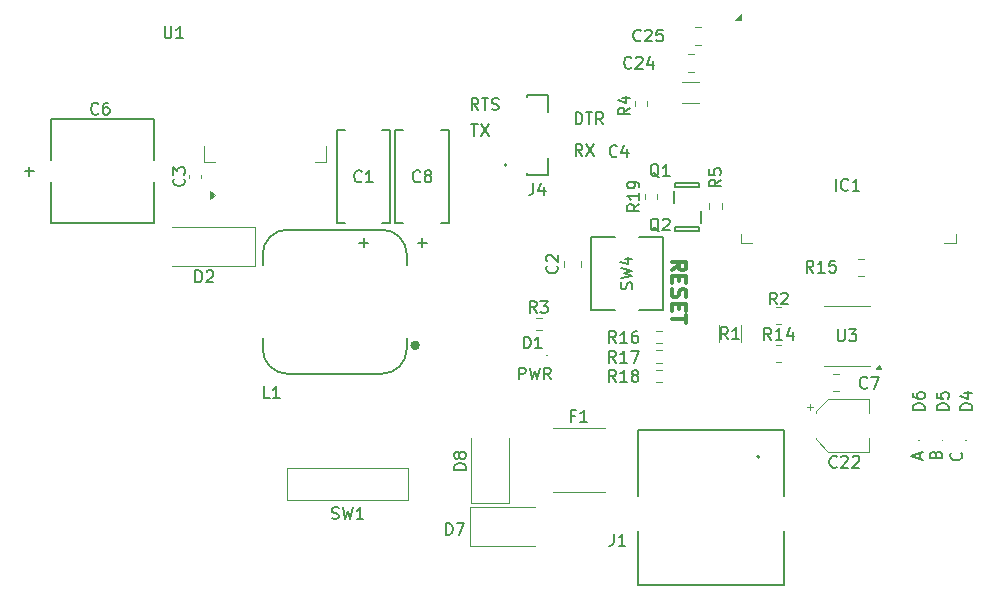
<source format=gto>
%TF.GenerationSoftware,KiCad,Pcbnew,9.0.7*%
%TF.CreationDate,2026-01-28T21:35:42+01:00*%
%TF.ProjectId,modbus-to-x,6d6f6462-7573-42d7-946f-2d782e6b6963,rev?*%
%TF.SameCoordinates,Original*%
%TF.FileFunction,Legend,Top*%
%TF.FilePolarity,Positive*%
%FSLAX46Y46*%
G04 Gerber Fmt 4.6, Leading zero omitted, Abs format (unit mm)*
G04 Created by KiCad (PCBNEW 9.0.7) date 2026-01-28 21:35:42*
%MOMM*%
%LPD*%
G01*
G04 APERTURE LIST*
%ADD10C,0.150000*%
%ADD11C,0.300000*%
%ADD12C,0.120000*%
%ADD13C,0.200000*%
%ADD14C,0.152400*%
%ADD15C,0.100000*%
%ADD16C,0.400000*%
%ADD17C,0.127000*%
G04 APERTURE END LIST*
D10*
X89636779Y-119069819D02*
X89636779Y-118069819D01*
X89636779Y-118069819D02*
X90017731Y-118069819D01*
X90017731Y-118069819D02*
X90112969Y-118117438D01*
X90112969Y-118117438D02*
X90160588Y-118165057D01*
X90160588Y-118165057D02*
X90208207Y-118260295D01*
X90208207Y-118260295D02*
X90208207Y-118403152D01*
X90208207Y-118403152D02*
X90160588Y-118498390D01*
X90160588Y-118498390D02*
X90112969Y-118546009D01*
X90112969Y-118546009D02*
X90017731Y-118593628D01*
X90017731Y-118593628D02*
X89636779Y-118593628D01*
X90541541Y-118069819D02*
X90779636Y-119069819D01*
X90779636Y-119069819D02*
X90970112Y-118355533D01*
X90970112Y-118355533D02*
X91160588Y-119069819D01*
X91160588Y-119069819D02*
X91398684Y-118069819D01*
X92351064Y-119069819D02*
X92017731Y-118593628D01*
X91779636Y-119069819D02*
X91779636Y-118069819D01*
X91779636Y-118069819D02*
X92160588Y-118069819D01*
X92160588Y-118069819D02*
X92255826Y-118117438D01*
X92255826Y-118117438D02*
X92303445Y-118165057D01*
X92303445Y-118165057D02*
X92351064Y-118260295D01*
X92351064Y-118260295D02*
X92351064Y-118403152D01*
X92351064Y-118403152D02*
X92303445Y-118498390D01*
X92303445Y-118498390D02*
X92255826Y-118546009D01*
X92255826Y-118546009D02*
X92160588Y-118593628D01*
X92160588Y-118593628D02*
X91779636Y-118593628D01*
X95008207Y-100169819D02*
X94674874Y-99693628D01*
X94436779Y-100169819D02*
X94436779Y-99169819D01*
X94436779Y-99169819D02*
X94817731Y-99169819D01*
X94817731Y-99169819D02*
X94912969Y-99217438D01*
X94912969Y-99217438D02*
X94960588Y-99265057D01*
X94960588Y-99265057D02*
X95008207Y-99360295D01*
X95008207Y-99360295D02*
X95008207Y-99503152D01*
X95008207Y-99503152D02*
X94960588Y-99598390D01*
X94960588Y-99598390D02*
X94912969Y-99646009D01*
X94912969Y-99646009D02*
X94817731Y-99693628D01*
X94817731Y-99693628D02*
X94436779Y-99693628D01*
X95341541Y-99169819D02*
X96008207Y-100169819D01*
X96008207Y-99169819D02*
X95341541Y-100169819D01*
X127074580Y-125291792D02*
X127122200Y-125339411D01*
X127122200Y-125339411D02*
X127169819Y-125482268D01*
X127169819Y-125482268D02*
X127169819Y-125577506D01*
X127169819Y-125577506D02*
X127122200Y-125720363D01*
X127122200Y-125720363D02*
X127026961Y-125815601D01*
X127026961Y-125815601D02*
X126931723Y-125863220D01*
X126931723Y-125863220D02*
X126741247Y-125910839D01*
X126741247Y-125910839D02*
X126598390Y-125910839D01*
X126598390Y-125910839D02*
X126407914Y-125863220D01*
X126407914Y-125863220D02*
X126312676Y-125815601D01*
X126312676Y-125815601D02*
X126217438Y-125720363D01*
X126217438Y-125720363D02*
X126169819Y-125577506D01*
X126169819Y-125577506D02*
X126169819Y-125482268D01*
X126169819Y-125482268D02*
X126217438Y-125339411D01*
X126217438Y-125339411D02*
X126265057Y-125291792D01*
X123584104Y-125810839D02*
X123584104Y-125334649D01*
X123869819Y-125906077D02*
X122869819Y-125572744D01*
X122869819Y-125572744D02*
X123869819Y-125239411D01*
D11*
X102568576Y-109809272D02*
X103163814Y-109392606D01*
X102568576Y-109094987D02*
X103818576Y-109094987D01*
X103818576Y-109094987D02*
X103818576Y-109571177D01*
X103818576Y-109571177D02*
X103759052Y-109690225D01*
X103759052Y-109690225D02*
X103699528Y-109749748D01*
X103699528Y-109749748D02*
X103580480Y-109809272D01*
X103580480Y-109809272D02*
X103401909Y-109809272D01*
X103401909Y-109809272D02*
X103282861Y-109749748D01*
X103282861Y-109749748D02*
X103223338Y-109690225D01*
X103223338Y-109690225D02*
X103163814Y-109571177D01*
X103163814Y-109571177D02*
X103163814Y-109094987D01*
X103223338Y-110344987D02*
X103223338Y-110761653D01*
X102568576Y-110940225D02*
X102568576Y-110344987D01*
X102568576Y-110344987D02*
X103818576Y-110344987D01*
X103818576Y-110344987D02*
X103818576Y-110940225D01*
X102628100Y-111416415D02*
X102568576Y-111594986D01*
X102568576Y-111594986D02*
X102568576Y-111892605D01*
X102568576Y-111892605D02*
X102628100Y-112011653D01*
X102628100Y-112011653D02*
X102687623Y-112071177D01*
X102687623Y-112071177D02*
X102806671Y-112130700D01*
X102806671Y-112130700D02*
X102925719Y-112130700D01*
X102925719Y-112130700D02*
X103044766Y-112071177D01*
X103044766Y-112071177D02*
X103104290Y-112011653D01*
X103104290Y-112011653D02*
X103163814Y-111892605D01*
X103163814Y-111892605D02*
X103223338Y-111654510D01*
X103223338Y-111654510D02*
X103282861Y-111535462D01*
X103282861Y-111535462D02*
X103342385Y-111475939D01*
X103342385Y-111475939D02*
X103461433Y-111416415D01*
X103461433Y-111416415D02*
X103580480Y-111416415D01*
X103580480Y-111416415D02*
X103699528Y-111475939D01*
X103699528Y-111475939D02*
X103759052Y-111535462D01*
X103759052Y-111535462D02*
X103818576Y-111654510D01*
X103818576Y-111654510D02*
X103818576Y-111952129D01*
X103818576Y-111952129D02*
X103759052Y-112130700D01*
X103223338Y-112666415D02*
X103223338Y-113083081D01*
X102568576Y-113261653D02*
X102568576Y-112666415D01*
X102568576Y-112666415D02*
X103818576Y-112666415D01*
X103818576Y-112666415D02*
X103818576Y-113261653D01*
X103818576Y-113618795D02*
X103818576Y-114333081D01*
X102568576Y-113975938D02*
X103818576Y-113975938D01*
D10*
X86208207Y-96269819D02*
X85874874Y-95793628D01*
X85636779Y-96269819D02*
X85636779Y-95269819D01*
X85636779Y-95269819D02*
X86017731Y-95269819D01*
X86017731Y-95269819D02*
X86112969Y-95317438D01*
X86112969Y-95317438D02*
X86160588Y-95365057D01*
X86160588Y-95365057D02*
X86208207Y-95460295D01*
X86208207Y-95460295D02*
X86208207Y-95603152D01*
X86208207Y-95603152D02*
X86160588Y-95698390D01*
X86160588Y-95698390D02*
X86112969Y-95746009D01*
X86112969Y-95746009D02*
X86017731Y-95793628D01*
X86017731Y-95793628D02*
X85636779Y-95793628D01*
X86493922Y-95269819D02*
X87065350Y-95269819D01*
X86779636Y-96269819D02*
X86779636Y-95269819D01*
X87351065Y-96222200D02*
X87493922Y-96269819D01*
X87493922Y-96269819D02*
X87732017Y-96269819D01*
X87732017Y-96269819D02*
X87827255Y-96222200D01*
X87827255Y-96222200D02*
X87874874Y-96174580D01*
X87874874Y-96174580D02*
X87922493Y-96079342D01*
X87922493Y-96079342D02*
X87922493Y-95984104D01*
X87922493Y-95984104D02*
X87874874Y-95888866D01*
X87874874Y-95888866D02*
X87827255Y-95841247D01*
X87827255Y-95841247D02*
X87732017Y-95793628D01*
X87732017Y-95793628D02*
X87541541Y-95746009D01*
X87541541Y-95746009D02*
X87446303Y-95698390D01*
X87446303Y-95698390D02*
X87398684Y-95650771D01*
X87398684Y-95650771D02*
X87351065Y-95555533D01*
X87351065Y-95555533D02*
X87351065Y-95460295D01*
X87351065Y-95460295D02*
X87398684Y-95365057D01*
X87398684Y-95365057D02*
X87446303Y-95317438D01*
X87446303Y-95317438D02*
X87541541Y-95269819D01*
X87541541Y-95269819D02*
X87779636Y-95269819D01*
X87779636Y-95269819D02*
X87922493Y-95317438D01*
X124946009Y-125429887D02*
X124993628Y-125287030D01*
X124993628Y-125287030D02*
X125041247Y-125239411D01*
X125041247Y-125239411D02*
X125136485Y-125191792D01*
X125136485Y-125191792D02*
X125279342Y-125191792D01*
X125279342Y-125191792D02*
X125374580Y-125239411D01*
X125374580Y-125239411D02*
X125422200Y-125287030D01*
X125422200Y-125287030D02*
X125469819Y-125382268D01*
X125469819Y-125382268D02*
X125469819Y-125763220D01*
X125469819Y-125763220D02*
X124469819Y-125763220D01*
X124469819Y-125763220D02*
X124469819Y-125429887D01*
X124469819Y-125429887D02*
X124517438Y-125334649D01*
X124517438Y-125334649D02*
X124565057Y-125287030D01*
X124565057Y-125287030D02*
X124660295Y-125239411D01*
X124660295Y-125239411D02*
X124755533Y-125239411D01*
X124755533Y-125239411D02*
X124850771Y-125287030D01*
X124850771Y-125287030D02*
X124898390Y-125334649D01*
X124898390Y-125334649D02*
X124946009Y-125429887D01*
X124946009Y-125429887D02*
X124946009Y-125763220D01*
X94436779Y-97469819D02*
X94436779Y-96469819D01*
X94436779Y-96469819D02*
X94674874Y-96469819D01*
X94674874Y-96469819D02*
X94817731Y-96517438D01*
X94817731Y-96517438D02*
X94912969Y-96612676D01*
X94912969Y-96612676D02*
X94960588Y-96707914D01*
X94960588Y-96707914D02*
X95008207Y-96898390D01*
X95008207Y-96898390D02*
X95008207Y-97041247D01*
X95008207Y-97041247D02*
X94960588Y-97231723D01*
X94960588Y-97231723D02*
X94912969Y-97326961D01*
X94912969Y-97326961D02*
X94817731Y-97422200D01*
X94817731Y-97422200D02*
X94674874Y-97469819D01*
X94674874Y-97469819D02*
X94436779Y-97469819D01*
X95293922Y-96469819D02*
X95865350Y-96469819D01*
X95579636Y-97469819D02*
X95579636Y-96469819D01*
X96770112Y-97469819D02*
X96436779Y-96993628D01*
X96198684Y-97469819D02*
X96198684Y-96469819D01*
X96198684Y-96469819D02*
X96579636Y-96469819D01*
X96579636Y-96469819D02*
X96674874Y-96517438D01*
X96674874Y-96517438D02*
X96722493Y-96565057D01*
X96722493Y-96565057D02*
X96770112Y-96660295D01*
X96770112Y-96660295D02*
X96770112Y-96803152D01*
X96770112Y-96803152D02*
X96722493Y-96898390D01*
X96722493Y-96898390D02*
X96674874Y-96946009D01*
X96674874Y-96946009D02*
X96579636Y-96993628D01*
X96579636Y-96993628D02*
X96198684Y-96993628D01*
X85593922Y-97469819D02*
X86165350Y-97469819D01*
X85879636Y-98469819D02*
X85879636Y-97469819D01*
X86403446Y-97469819D02*
X87070112Y-98469819D01*
X87070112Y-97469819D02*
X86403446Y-98469819D01*
X61259580Y-102066666D02*
X61307200Y-102114285D01*
X61307200Y-102114285D02*
X61354819Y-102257142D01*
X61354819Y-102257142D02*
X61354819Y-102352380D01*
X61354819Y-102352380D02*
X61307200Y-102495237D01*
X61307200Y-102495237D02*
X61211961Y-102590475D01*
X61211961Y-102590475D02*
X61116723Y-102638094D01*
X61116723Y-102638094D02*
X60926247Y-102685713D01*
X60926247Y-102685713D02*
X60783390Y-102685713D01*
X60783390Y-102685713D02*
X60592914Y-102638094D01*
X60592914Y-102638094D02*
X60497676Y-102590475D01*
X60497676Y-102590475D02*
X60402438Y-102495237D01*
X60402438Y-102495237D02*
X60354819Y-102352380D01*
X60354819Y-102352380D02*
X60354819Y-102257142D01*
X60354819Y-102257142D02*
X60402438Y-102114285D01*
X60402438Y-102114285D02*
X60450057Y-102066666D01*
X60354819Y-101733332D02*
X60354819Y-101114285D01*
X60354819Y-101114285D02*
X60735771Y-101447618D01*
X60735771Y-101447618D02*
X60735771Y-101304761D01*
X60735771Y-101304761D02*
X60783390Y-101209523D01*
X60783390Y-101209523D02*
X60831009Y-101161904D01*
X60831009Y-101161904D02*
X60926247Y-101114285D01*
X60926247Y-101114285D02*
X61164342Y-101114285D01*
X61164342Y-101114285D02*
X61259580Y-101161904D01*
X61259580Y-101161904D02*
X61307200Y-101209523D01*
X61307200Y-101209523D02*
X61354819Y-101304761D01*
X61354819Y-101304761D02*
X61354819Y-101590475D01*
X61354819Y-101590475D02*
X61307200Y-101685713D01*
X61307200Y-101685713D02*
X61259580Y-101733332D01*
X73806667Y-130847200D02*
X73949524Y-130894819D01*
X73949524Y-130894819D02*
X74187619Y-130894819D01*
X74187619Y-130894819D02*
X74282857Y-130847200D01*
X74282857Y-130847200D02*
X74330476Y-130799580D01*
X74330476Y-130799580D02*
X74378095Y-130704342D01*
X74378095Y-130704342D02*
X74378095Y-130609104D01*
X74378095Y-130609104D02*
X74330476Y-130513866D01*
X74330476Y-130513866D02*
X74282857Y-130466247D01*
X74282857Y-130466247D02*
X74187619Y-130418628D01*
X74187619Y-130418628D02*
X73997143Y-130371009D01*
X73997143Y-130371009D02*
X73901905Y-130323390D01*
X73901905Y-130323390D02*
X73854286Y-130275771D01*
X73854286Y-130275771D02*
X73806667Y-130180533D01*
X73806667Y-130180533D02*
X73806667Y-130085295D01*
X73806667Y-130085295D02*
X73854286Y-129990057D01*
X73854286Y-129990057D02*
X73901905Y-129942438D01*
X73901905Y-129942438D02*
X73997143Y-129894819D01*
X73997143Y-129894819D02*
X74235238Y-129894819D01*
X74235238Y-129894819D02*
X74378095Y-129942438D01*
X74711429Y-129894819D02*
X74949524Y-130894819D01*
X74949524Y-130894819D02*
X75140000Y-130180533D01*
X75140000Y-130180533D02*
X75330476Y-130894819D01*
X75330476Y-130894819D02*
X75568572Y-129894819D01*
X76473333Y-130894819D02*
X75901905Y-130894819D01*
X76187619Y-130894819D02*
X76187619Y-129894819D01*
X76187619Y-129894819D02*
X76092381Y-130037676D01*
X76092381Y-130037676D02*
X75997143Y-130132914D01*
X75997143Y-130132914D02*
X75901905Y-130180533D01*
X116557142Y-126459580D02*
X116509523Y-126507200D01*
X116509523Y-126507200D02*
X116366666Y-126554819D01*
X116366666Y-126554819D02*
X116271428Y-126554819D01*
X116271428Y-126554819D02*
X116128571Y-126507200D01*
X116128571Y-126507200D02*
X116033333Y-126411961D01*
X116033333Y-126411961D02*
X115985714Y-126316723D01*
X115985714Y-126316723D02*
X115938095Y-126126247D01*
X115938095Y-126126247D02*
X115938095Y-125983390D01*
X115938095Y-125983390D02*
X115985714Y-125792914D01*
X115985714Y-125792914D02*
X116033333Y-125697676D01*
X116033333Y-125697676D02*
X116128571Y-125602438D01*
X116128571Y-125602438D02*
X116271428Y-125554819D01*
X116271428Y-125554819D02*
X116366666Y-125554819D01*
X116366666Y-125554819D02*
X116509523Y-125602438D01*
X116509523Y-125602438D02*
X116557142Y-125650057D01*
X116938095Y-125650057D02*
X116985714Y-125602438D01*
X116985714Y-125602438D02*
X117080952Y-125554819D01*
X117080952Y-125554819D02*
X117319047Y-125554819D01*
X117319047Y-125554819D02*
X117414285Y-125602438D01*
X117414285Y-125602438D02*
X117461904Y-125650057D01*
X117461904Y-125650057D02*
X117509523Y-125745295D01*
X117509523Y-125745295D02*
X117509523Y-125840533D01*
X117509523Y-125840533D02*
X117461904Y-125983390D01*
X117461904Y-125983390D02*
X116890476Y-126554819D01*
X116890476Y-126554819D02*
X117509523Y-126554819D01*
X117890476Y-125650057D02*
X117938095Y-125602438D01*
X117938095Y-125602438D02*
X118033333Y-125554819D01*
X118033333Y-125554819D02*
X118271428Y-125554819D01*
X118271428Y-125554819D02*
X118366666Y-125602438D01*
X118366666Y-125602438D02*
X118414285Y-125650057D01*
X118414285Y-125650057D02*
X118461904Y-125745295D01*
X118461904Y-125745295D02*
X118461904Y-125840533D01*
X118461904Y-125840533D02*
X118414285Y-125983390D01*
X118414285Y-125983390D02*
X117842857Y-126554819D01*
X117842857Y-126554819D02*
X118461904Y-126554819D01*
X97666666Y-132154819D02*
X97666666Y-132869104D01*
X97666666Y-132869104D02*
X97619047Y-133011961D01*
X97619047Y-133011961D02*
X97523809Y-133107200D01*
X97523809Y-133107200D02*
X97380952Y-133154819D01*
X97380952Y-133154819D02*
X97285714Y-133154819D01*
X98666666Y-133154819D02*
X98095238Y-133154819D01*
X98380952Y-133154819D02*
X98380952Y-132154819D01*
X98380952Y-132154819D02*
X98285714Y-132297676D01*
X98285714Y-132297676D02*
X98190476Y-132392914D01*
X98190476Y-132392914D02*
X98095238Y-132440533D01*
X59638095Y-89179819D02*
X59638095Y-89989342D01*
X59638095Y-89989342D02*
X59685714Y-90084580D01*
X59685714Y-90084580D02*
X59733333Y-90132200D01*
X59733333Y-90132200D02*
X59828571Y-90179819D01*
X59828571Y-90179819D02*
X60019047Y-90179819D01*
X60019047Y-90179819D02*
X60114285Y-90132200D01*
X60114285Y-90132200D02*
X60161904Y-90084580D01*
X60161904Y-90084580D02*
X60209523Y-89989342D01*
X60209523Y-89989342D02*
X60209523Y-89179819D01*
X61209523Y-90179819D02*
X60638095Y-90179819D01*
X60923809Y-90179819D02*
X60923809Y-89179819D01*
X60923809Y-89179819D02*
X60828571Y-89322676D01*
X60828571Y-89322676D02*
X60733333Y-89417914D01*
X60733333Y-89417914D02*
X60638095Y-89465533D01*
X54033333Y-96559580D02*
X53985714Y-96607200D01*
X53985714Y-96607200D02*
X53842857Y-96654819D01*
X53842857Y-96654819D02*
X53747619Y-96654819D01*
X53747619Y-96654819D02*
X53604762Y-96607200D01*
X53604762Y-96607200D02*
X53509524Y-96511961D01*
X53509524Y-96511961D02*
X53461905Y-96416723D01*
X53461905Y-96416723D02*
X53414286Y-96226247D01*
X53414286Y-96226247D02*
X53414286Y-96083390D01*
X53414286Y-96083390D02*
X53461905Y-95892914D01*
X53461905Y-95892914D02*
X53509524Y-95797676D01*
X53509524Y-95797676D02*
X53604762Y-95702438D01*
X53604762Y-95702438D02*
X53747619Y-95654819D01*
X53747619Y-95654819D02*
X53842857Y-95654819D01*
X53842857Y-95654819D02*
X53985714Y-95702438D01*
X53985714Y-95702438D02*
X54033333Y-95750057D01*
X54890476Y-95654819D02*
X54700000Y-95654819D01*
X54700000Y-95654819D02*
X54604762Y-95702438D01*
X54604762Y-95702438D02*
X54557143Y-95750057D01*
X54557143Y-95750057D02*
X54461905Y-95892914D01*
X54461905Y-95892914D02*
X54414286Y-96083390D01*
X54414286Y-96083390D02*
X54414286Y-96464342D01*
X54414286Y-96464342D02*
X54461905Y-96559580D01*
X54461905Y-96559580D02*
X54509524Y-96607200D01*
X54509524Y-96607200D02*
X54604762Y-96654819D01*
X54604762Y-96654819D02*
X54795238Y-96654819D01*
X54795238Y-96654819D02*
X54890476Y-96607200D01*
X54890476Y-96607200D02*
X54938095Y-96559580D01*
X54938095Y-96559580D02*
X54985714Y-96464342D01*
X54985714Y-96464342D02*
X54985714Y-96226247D01*
X54985714Y-96226247D02*
X54938095Y-96131009D01*
X54938095Y-96131009D02*
X54890476Y-96083390D01*
X54890476Y-96083390D02*
X54795238Y-96035771D01*
X54795238Y-96035771D02*
X54604762Y-96035771D01*
X54604762Y-96035771D02*
X54509524Y-96083390D01*
X54509524Y-96083390D02*
X54461905Y-96131009D01*
X54461905Y-96131009D02*
X54414286Y-96226247D01*
X97857142Y-117650419D02*
X97523809Y-117174228D01*
X97285714Y-117650419D02*
X97285714Y-116650419D01*
X97285714Y-116650419D02*
X97666666Y-116650419D01*
X97666666Y-116650419D02*
X97761904Y-116698038D01*
X97761904Y-116698038D02*
X97809523Y-116745657D01*
X97809523Y-116745657D02*
X97857142Y-116840895D01*
X97857142Y-116840895D02*
X97857142Y-116983752D01*
X97857142Y-116983752D02*
X97809523Y-117078990D01*
X97809523Y-117078990D02*
X97761904Y-117126609D01*
X97761904Y-117126609D02*
X97666666Y-117174228D01*
X97666666Y-117174228D02*
X97285714Y-117174228D01*
X98809523Y-117650419D02*
X98238095Y-117650419D01*
X98523809Y-117650419D02*
X98523809Y-116650419D01*
X98523809Y-116650419D02*
X98428571Y-116793276D01*
X98428571Y-116793276D02*
X98333333Y-116888514D01*
X98333333Y-116888514D02*
X98238095Y-116936133D01*
X99142857Y-116650419D02*
X99809523Y-116650419D01*
X99809523Y-116650419D02*
X99380952Y-117650419D01*
X76322941Y-102287281D02*
X76275322Y-102334901D01*
X76275322Y-102334901D02*
X76132465Y-102382520D01*
X76132465Y-102382520D02*
X76037227Y-102382520D01*
X76037227Y-102382520D02*
X75894370Y-102334901D01*
X75894370Y-102334901D02*
X75799132Y-102239662D01*
X75799132Y-102239662D02*
X75751513Y-102144424D01*
X75751513Y-102144424D02*
X75703894Y-101953948D01*
X75703894Y-101953948D02*
X75703894Y-101811091D01*
X75703894Y-101811091D02*
X75751513Y-101620615D01*
X75751513Y-101620615D02*
X75799132Y-101525377D01*
X75799132Y-101525377D02*
X75894370Y-101430139D01*
X75894370Y-101430139D02*
X76037227Y-101382520D01*
X76037227Y-101382520D02*
X76132465Y-101382520D01*
X76132465Y-101382520D02*
X76275322Y-101430139D01*
X76275322Y-101430139D02*
X76322941Y-101477758D01*
X77275322Y-102382520D02*
X76703894Y-102382520D01*
X76989608Y-102382520D02*
X76989608Y-101382520D01*
X76989608Y-101382520D02*
X76894370Y-101525377D01*
X76894370Y-101525377D02*
X76799132Y-101620615D01*
X76799132Y-101620615D02*
X76703894Y-101668234D01*
X92859580Y-109466666D02*
X92907200Y-109514285D01*
X92907200Y-109514285D02*
X92954819Y-109657142D01*
X92954819Y-109657142D02*
X92954819Y-109752380D01*
X92954819Y-109752380D02*
X92907200Y-109895237D01*
X92907200Y-109895237D02*
X92811961Y-109990475D01*
X92811961Y-109990475D02*
X92716723Y-110038094D01*
X92716723Y-110038094D02*
X92526247Y-110085713D01*
X92526247Y-110085713D02*
X92383390Y-110085713D01*
X92383390Y-110085713D02*
X92192914Y-110038094D01*
X92192914Y-110038094D02*
X92097676Y-109990475D01*
X92097676Y-109990475D02*
X92002438Y-109895237D01*
X92002438Y-109895237D02*
X91954819Y-109752380D01*
X91954819Y-109752380D02*
X91954819Y-109657142D01*
X91954819Y-109657142D02*
X92002438Y-109514285D01*
X92002438Y-109514285D02*
X92050057Y-109466666D01*
X92050057Y-109085713D02*
X92002438Y-109038094D01*
X92002438Y-109038094D02*
X91954819Y-108942856D01*
X91954819Y-108942856D02*
X91954819Y-108704761D01*
X91954819Y-108704761D02*
X92002438Y-108609523D01*
X92002438Y-108609523D02*
X92050057Y-108561904D01*
X92050057Y-108561904D02*
X92145295Y-108514285D01*
X92145295Y-108514285D02*
X92240533Y-108514285D01*
X92240533Y-108514285D02*
X92383390Y-108561904D01*
X92383390Y-108561904D02*
X92954819Y-109133332D01*
X92954819Y-109133332D02*
X92954819Y-108514285D01*
X101504761Y-106550057D02*
X101409523Y-106502438D01*
X101409523Y-106502438D02*
X101314285Y-106407200D01*
X101314285Y-106407200D02*
X101171428Y-106264342D01*
X101171428Y-106264342D02*
X101076190Y-106216723D01*
X101076190Y-106216723D02*
X100980952Y-106216723D01*
X101028571Y-106454819D02*
X100933333Y-106407200D01*
X100933333Y-106407200D02*
X100838095Y-106311961D01*
X100838095Y-106311961D02*
X100790476Y-106121485D01*
X100790476Y-106121485D02*
X100790476Y-105788152D01*
X100790476Y-105788152D02*
X100838095Y-105597676D01*
X100838095Y-105597676D02*
X100933333Y-105502438D01*
X100933333Y-105502438D02*
X101028571Y-105454819D01*
X101028571Y-105454819D02*
X101219047Y-105454819D01*
X101219047Y-105454819D02*
X101314285Y-105502438D01*
X101314285Y-105502438D02*
X101409523Y-105597676D01*
X101409523Y-105597676D02*
X101457142Y-105788152D01*
X101457142Y-105788152D02*
X101457142Y-106121485D01*
X101457142Y-106121485D02*
X101409523Y-106311961D01*
X101409523Y-106311961D02*
X101314285Y-106407200D01*
X101314285Y-106407200D02*
X101219047Y-106454819D01*
X101219047Y-106454819D02*
X101028571Y-106454819D01*
X101838095Y-105550057D02*
X101885714Y-105502438D01*
X101885714Y-105502438D02*
X101980952Y-105454819D01*
X101980952Y-105454819D02*
X102219047Y-105454819D01*
X102219047Y-105454819D02*
X102314285Y-105502438D01*
X102314285Y-105502438D02*
X102361904Y-105550057D01*
X102361904Y-105550057D02*
X102409523Y-105645295D01*
X102409523Y-105645295D02*
X102409523Y-105740533D01*
X102409523Y-105740533D02*
X102361904Y-105883390D01*
X102361904Y-105883390D02*
X101790476Y-106454819D01*
X101790476Y-106454819D02*
X102409523Y-106454819D01*
X126036669Y-121666994D02*
X125036669Y-121666994D01*
X125036669Y-121666994D02*
X125036669Y-121428899D01*
X125036669Y-121428899D02*
X125084288Y-121286042D01*
X125084288Y-121286042D02*
X125179526Y-121190804D01*
X125179526Y-121190804D02*
X125274764Y-121143185D01*
X125274764Y-121143185D02*
X125465240Y-121095566D01*
X125465240Y-121095566D02*
X125608097Y-121095566D01*
X125608097Y-121095566D02*
X125798573Y-121143185D01*
X125798573Y-121143185D02*
X125893811Y-121190804D01*
X125893811Y-121190804D02*
X125989050Y-121286042D01*
X125989050Y-121286042D02*
X126036669Y-121428899D01*
X126036669Y-121428899D02*
X126036669Y-121666994D01*
X125036669Y-120190804D02*
X125036669Y-120666994D01*
X125036669Y-120666994D02*
X125512859Y-120714613D01*
X125512859Y-120714613D02*
X125465240Y-120666994D01*
X125465240Y-120666994D02*
X125417621Y-120571756D01*
X125417621Y-120571756D02*
X125417621Y-120333661D01*
X125417621Y-120333661D02*
X125465240Y-120238423D01*
X125465240Y-120238423D02*
X125512859Y-120190804D01*
X125512859Y-120190804D02*
X125608097Y-120143185D01*
X125608097Y-120143185D02*
X125846192Y-120143185D01*
X125846192Y-120143185D02*
X125941430Y-120190804D01*
X125941430Y-120190804D02*
X125989050Y-120238423D01*
X125989050Y-120238423D02*
X126036669Y-120333661D01*
X126036669Y-120333661D02*
X126036669Y-120571756D01*
X126036669Y-120571756D02*
X125989050Y-120666994D01*
X125989050Y-120666994D02*
X125941430Y-120714613D01*
X123995869Y-121666994D02*
X122995869Y-121666994D01*
X122995869Y-121666994D02*
X122995869Y-121428899D01*
X122995869Y-121428899D02*
X123043488Y-121286042D01*
X123043488Y-121286042D02*
X123138726Y-121190804D01*
X123138726Y-121190804D02*
X123233964Y-121143185D01*
X123233964Y-121143185D02*
X123424440Y-121095566D01*
X123424440Y-121095566D02*
X123567297Y-121095566D01*
X123567297Y-121095566D02*
X123757773Y-121143185D01*
X123757773Y-121143185D02*
X123853011Y-121190804D01*
X123853011Y-121190804D02*
X123948250Y-121286042D01*
X123948250Y-121286042D02*
X123995869Y-121428899D01*
X123995869Y-121428899D02*
X123995869Y-121666994D01*
X122995869Y-120238423D02*
X122995869Y-120428899D01*
X122995869Y-120428899D02*
X123043488Y-120524137D01*
X123043488Y-120524137D02*
X123091107Y-120571756D01*
X123091107Y-120571756D02*
X123233964Y-120666994D01*
X123233964Y-120666994D02*
X123424440Y-120714613D01*
X123424440Y-120714613D02*
X123805392Y-120714613D01*
X123805392Y-120714613D02*
X123900630Y-120666994D01*
X123900630Y-120666994D02*
X123948250Y-120619375D01*
X123948250Y-120619375D02*
X123995869Y-120524137D01*
X123995869Y-120524137D02*
X123995869Y-120333661D01*
X123995869Y-120333661D02*
X123948250Y-120238423D01*
X123948250Y-120238423D02*
X123900630Y-120190804D01*
X123900630Y-120190804D02*
X123805392Y-120143185D01*
X123805392Y-120143185D02*
X123567297Y-120143185D01*
X123567297Y-120143185D02*
X123472059Y-120190804D01*
X123472059Y-120190804D02*
X123424440Y-120238423D01*
X123424440Y-120238423D02*
X123376821Y-120333661D01*
X123376821Y-120333661D02*
X123376821Y-120524137D01*
X123376821Y-120524137D02*
X123424440Y-120619375D01*
X123424440Y-120619375D02*
X123472059Y-120666994D01*
X123472059Y-120666994D02*
X123567297Y-120714613D01*
X83461905Y-132254819D02*
X83461905Y-131254819D01*
X83461905Y-131254819D02*
X83700000Y-131254819D01*
X83700000Y-131254819D02*
X83842857Y-131302438D01*
X83842857Y-131302438D02*
X83938095Y-131397676D01*
X83938095Y-131397676D02*
X83985714Y-131492914D01*
X83985714Y-131492914D02*
X84033333Y-131683390D01*
X84033333Y-131683390D02*
X84033333Y-131826247D01*
X84033333Y-131826247D02*
X83985714Y-132016723D01*
X83985714Y-132016723D02*
X83938095Y-132111961D01*
X83938095Y-132111961D02*
X83842857Y-132207200D01*
X83842857Y-132207200D02*
X83700000Y-132254819D01*
X83700000Y-132254819D02*
X83461905Y-132254819D01*
X84366667Y-131254819D02*
X85033333Y-131254819D01*
X85033333Y-131254819D02*
X84604762Y-132254819D01*
X85151694Y-126738094D02*
X84151694Y-126738094D01*
X84151694Y-126738094D02*
X84151694Y-126499999D01*
X84151694Y-126499999D02*
X84199313Y-126357142D01*
X84199313Y-126357142D02*
X84294551Y-126261904D01*
X84294551Y-126261904D02*
X84389789Y-126214285D01*
X84389789Y-126214285D02*
X84580265Y-126166666D01*
X84580265Y-126166666D02*
X84723122Y-126166666D01*
X84723122Y-126166666D02*
X84913598Y-126214285D01*
X84913598Y-126214285D02*
X85008836Y-126261904D01*
X85008836Y-126261904D02*
X85104075Y-126357142D01*
X85104075Y-126357142D02*
X85151694Y-126499999D01*
X85151694Y-126499999D02*
X85151694Y-126738094D01*
X84580265Y-125595237D02*
X84532646Y-125690475D01*
X84532646Y-125690475D02*
X84485027Y-125738094D01*
X84485027Y-125738094D02*
X84389789Y-125785713D01*
X84389789Y-125785713D02*
X84342170Y-125785713D01*
X84342170Y-125785713D02*
X84246932Y-125738094D01*
X84246932Y-125738094D02*
X84199313Y-125690475D01*
X84199313Y-125690475D02*
X84151694Y-125595237D01*
X84151694Y-125595237D02*
X84151694Y-125404761D01*
X84151694Y-125404761D02*
X84199313Y-125309523D01*
X84199313Y-125309523D02*
X84246932Y-125261904D01*
X84246932Y-125261904D02*
X84342170Y-125214285D01*
X84342170Y-125214285D02*
X84389789Y-125214285D01*
X84389789Y-125214285D02*
X84485027Y-125261904D01*
X84485027Y-125261904D02*
X84532646Y-125309523D01*
X84532646Y-125309523D02*
X84580265Y-125404761D01*
X84580265Y-125404761D02*
X84580265Y-125595237D01*
X84580265Y-125595237D02*
X84627884Y-125690475D01*
X84627884Y-125690475D02*
X84675503Y-125738094D01*
X84675503Y-125738094D02*
X84770741Y-125785713D01*
X84770741Y-125785713D02*
X84961217Y-125785713D01*
X84961217Y-125785713D02*
X85056455Y-125738094D01*
X85056455Y-125738094D02*
X85104075Y-125690475D01*
X85104075Y-125690475D02*
X85151694Y-125595237D01*
X85151694Y-125595237D02*
X85151694Y-125404761D01*
X85151694Y-125404761D02*
X85104075Y-125309523D01*
X85104075Y-125309523D02*
X85056455Y-125261904D01*
X85056455Y-125261904D02*
X84961217Y-125214285D01*
X84961217Y-125214285D02*
X84770741Y-125214285D01*
X84770741Y-125214285D02*
X84675503Y-125261904D01*
X84675503Y-125261904D02*
X84627884Y-125309523D01*
X84627884Y-125309523D02*
X84580265Y-125404761D01*
X97857142Y-115999419D02*
X97523809Y-115523228D01*
X97285714Y-115999419D02*
X97285714Y-114999419D01*
X97285714Y-114999419D02*
X97666666Y-114999419D01*
X97666666Y-114999419D02*
X97761904Y-115047038D01*
X97761904Y-115047038D02*
X97809523Y-115094657D01*
X97809523Y-115094657D02*
X97857142Y-115189895D01*
X97857142Y-115189895D02*
X97857142Y-115332752D01*
X97857142Y-115332752D02*
X97809523Y-115427990D01*
X97809523Y-115427990D02*
X97761904Y-115475609D01*
X97761904Y-115475609D02*
X97666666Y-115523228D01*
X97666666Y-115523228D02*
X97285714Y-115523228D01*
X98809523Y-115999419D02*
X98238095Y-115999419D01*
X98523809Y-115999419D02*
X98523809Y-114999419D01*
X98523809Y-114999419D02*
X98428571Y-115142276D01*
X98428571Y-115142276D02*
X98333333Y-115237514D01*
X98333333Y-115237514D02*
X98238095Y-115285133D01*
X99666666Y-114999419D02*
X99476190Y-114999419D01*
X99476190Y-114999419D02*
X99380952Y-115047038D01*
X99380952Y-115047038D02*
X99333333Y-115094657D01*
X99333333Y-115094657D02*
X99238095Y-115237514D01*
X99238095Y-115237514D02*
X99190476Y-115427990D01*
X99190476Y-115427990D02*
X99190476Y-115808942D01*
X99190476Y-115808942D02*
X99238095Y-115904180D01*
X99238095Y-115904180D02*
X99285714Y-115951800D01*
X99285714Y-115951800D02*
X99380952Y-115999419D01*
X99380952Y-115999419D02*
X99571428Y-115999419D01*
X99571428Y-115999419D02*
X99666666Y-115951800D01*
X99666666Y-115951800D02*
X99714285Y-115904180D01*
X99714285Y-115904180D02*
X99761904Y-115808942D01*
X99761904Y-115808942D02*
X99761904Y-115570847D01*
X99761904Y-115570847D02*
X99714285Y-115475609D01*
X99714285Y-115475609D02*
X99666666Y-115427990D01*
X99666666Y-115427990D02*
X99571428Y-115380371D01*
X99571428Y-115380371D02*
X99380952Y-115380371D01*
X99380952Y-115380371D02*
X99285714Y-115427990D01*
X99285714Y-115427990D02*
X99238095Y-115475609D01*
X99238095Y-115475609D02*
X99190476Y-115570847D01*
X111475733Y-112722819D02*
X111142400Y-112246628D01*
X110904305Y-112722819D02*
X110904305Y-111722819D01*
X110904305Y-111722819D02*
X111285257Y-111722819D01*
X111285257Y-111722819D02*
X111380495Y-111770438D01*
X111380495Y-111770438D02*
X111428114Y-111818057D01*
X111428114Y-111818057D02*
X111475733Y-111913295D01*
X111475733Y-111913295D02*
X111475733Y-112056152D01*
X111475733Y-112056152D02*
X111428114Y-112151390D01*
X111428114Y-112151390D02*
X111380495Y-112199009D01*
X111380495Y-112199009D02*
X111285257Y-112246628D01*
X111285257Y-112246628D02*
X110904305Y-112246628D01*
X111856686Y-111818057D02*
X111904305Y-111770438D01*
X111904305Y-111770438D02*
X111999543Y-111722819D01*
X111999543Y-111722819D02*
X112237638Y-111722819D01*
X112237638Y-111722819D02*
X112332876Y-111770438D01*
X112332876Y-111770438D02*
X112380495Y-111818057D01*
X112380495Y-111818057D02*
X112428114Y-111913295D01*
X112428114Y-111913295D02*
X112428114Y-112008533D01*
X112428114Y-112008533D02*
X112380495Y-112151390D01*
X112380495Y-112151390D02*
X111809067Y-112722819D01*
X111809067Y-112722819D02*
X112428114Y-112722819D01*
X97933333Y-100159580D02*
X97885714Y-100207200D01*
X97885714Y-100207200D02*
X97742857Y-100254819D01*
X97742857Y-100254819D02*
X97647619Y-100254819D01*
X97647619Y-100254819D02*
X97504762Y-100207200D01*
X97504762Y-100207200D02*
X97409524Y-100111961D01*
X97409524Y-100111961D02*
X97361905Y-100016723D01*
X97361905Y-100016723D02*
X97314286Y-99826247D01*
X97314286Y-99826247D02*
X97314286Y-99683390D01*
X97314286Y-99683390D02*
X97361905Y-99492914D01*
X97361905Y-99492914D02*
X97409524Y-99397676D01*
X97409524Y-99397676D02*
X97504762Y-99302438D01*
X97504762Y-99302438D02*
X97647619Y-99254819D01*
X97647619Y-99254819D02*
X97742857Y-99254819D01*
X97742857Y-99254819D02*
X97885714Y-99302438D01*
X97885714Y-99302438D02*
X97933333Y-99350057D01*
X98790476Y-99588152D02*
X98790476Y-100254819D01*
X98552381Y-99207200D02*
X98314286Y-99921485D01*
X98314286Y-99921485D02*
X98933333Y-99921485D01*
X99824819Y-104242857D02*
X99348628Y-104576190D01*
X99824819Y-104814285D02*
X98824819Y-104814285D01*
X98824819Y-104814285D02*
X98824819Y-104433333D01*
X98824819Y-104433333D02*
X98872438Y-104338095D01*
X98872438Y-104338095D02*
X98920057Y-104290476D01*
X98920057Y-104290476D02*
X99015295Y-104242857D01*
X99015295Y-104242857D02*
X99158152Y-104242857D01*
X99158152Y-104242857D02*
X99253390Y-104290476D01*
X99253390Y-104290476D02*
X99301009Y-104338095D01*
X99301009Y-104338095D02*
X99348628Y-104433333D01*
X99348628Y-104433333D02*
X99348628Y-104814285D01*
X99824819Y-103290476D02*
X99824819Y-103861904D01*
X99824819Y-103576190D02*
X98824819Y-103576190D01*
X98824819Y-103576190D02*
X98967676Y-103671428D01*
X98967676Y-103671428D02*
X99062914Y-103766666D01*
X99062914Y-103766666D02*
X99110533Y-103861904D01*
X99824819Y-102814285D02*
X99824819Y-102623809D01*
X99824819Y-102623809D02*
X99777200Y-102528571D01*
X99777200Y-102528571D02*
X99729580Y-102480952D01*
X99729580Y-102480952D02*
X99586723Y-102385714D01*
X99586723Y-102385714D02*
X99396247Y-102338095D01*
X99396247Y-102338095D02*
X99015295Y-102338095D01*
X99015295Y-102338095D02*
X98920057Y-102385714D01*
X98920057Y-102385714D02*
X98872438Y-102433333D01*
X98872438Y-102433333D02*
X98824819Y-102528571D01*
X98824819Y-102528571D02*
X98824819Y-102719047D01*
X98824819Y-102719047D02*
X98872438Y-102814285D01*
X98872438Y-102814285D02*
X98920057Y-102861904D01*
X98920057Y-102861904D02*
X99015295Y-102909523D01*
X99015295Y-102909523D02*
X99253390Y-102909523D01*
X99253390Y-102909523D02*
X99348628Y-102861904D01*
X99348628Y-102861904D02*
X99396247Y-102814285D01*
X99396247Y-102814285D02*
X99443866Y-102719047D01*
X99443866Y-102719047D02*
X99443866Y-102528571D01*
X99443866Y-102528571D02*
X99396247Y-102433333D01*
X99396247Y-102433333D02*
X99348628Y-102385714D01*
X99348628Y-102385714D02*
X99253390Y-102338095D01*
X97857142Y-119276019D02*
X97523809Y-118799828D01*
X97285714Y-119276019D02*
X97285714Y-118276019D01*
X97285714Y-118276019D02*
X97666666Y-118276019D01*
X97666666Y-118276019D02*
X97761904Y-118323638D01*
X97761904Y-118323638D02*
X97809523Y-118371257D01*
X97809523Y-118371257D02*
X97857142Y-118466495D01*
X97857142Y-118466495D02*
X97857142Y-118609352D01*
X97857142Y-118609352D02*
X97809523Y-118704590D01*
X97809523Y-118704590D02*
X97761904Y-118752209D01*
X97761904Y-118752209D02*
X97666666Y-118799828D01*
X97666666Y-118799828D02*
X97285714Y-118799828D01*
X98809523Y-119276019D02*
X98238095Y-119276019D01*
X98523809Y-119276019D02*
X98523809Y-118276019D01*
X98523809Y-118276019D02*
X98428571Y-118418876D01*
X98428571Y-118418876D02*
X98333333Y-118514114D01*
X98333333Y-118514114D02*
X98238095Y-118561733D01*
X99380952Y-118704590D02*
X99285714Y-118656971D01*
X99285714Y-118656971D02*
X99238095Y-118609352D01*
X99238095Y-118609352D02*
X99190476Y-118514114D01*
X99190476Y-118514114D02*
X99190476Y-118466495D01*
X99190476Y-118466495D02*
X99238095Y-118371257D01*
X99238095Y-118371257D02*
X99285714Y-118323638D01*
X99285714Y-118323638D02*
X99380952Y-118276019D01*
X99380952Y-118276019D02*
X99571428Y-118276019D01*
X99571428Y-118276019D02*
X99666666Y-118323638D01*
X99666666Y-118323638D02*
X99714285Y-118371257D01*
X99714285Y-118371257D02*
X99761904Y-118466495D01*
X99761904Y-118466495D02*
X99761904Y-118514114D01*
X99761904Y-118514114D02*
X99714285Y-118609352D01*
X99714285Y-118609352D02*
X99666666Y-118656971D01*
X99666666Y-118656971D02*
X99571428Y-118704590D01*
X99571428Y-118704590D02*
X99380952Y-118704590D01*
X99380952Y-118704590D02*
X99285714Y-118752209D01*
X99285714Y-118752209D02*
X99238095Y-118799828D01*
X99238095Y-118799828D02*
X99190476Y-118895066D01*
X99190476Y-118895066D02*
X99190476Y-119085542D01*
X99190476Y-119085542D02*
X99238095Y-119180780D01*
X99238095Y-119180780D02*
X99285714Y-119228400D01*
X99285714Y-119228400D02*
X99380952Y-119276019D01*
X99380952Y-119276019D02*
X99571428Y-119276019D01*
X99571428Y-119276019D02*
X99666666Y-119228400D01*
X99666666Y-119228400D02*
X99714285Y-119180780D01*
X99714285Y-119180780D02*
X99761904Y-119085542D01*
X99761904Y-119085542D02*
X99761904Y-118895066D01*
X99761904Y-118895066D02*
X99714285Y-118799828D01*
X99714285Y-118799828D02*
X99666666Y-118752209D01*
X99666666Y-118752209D02*
X99571428Y-118704590D01*
X99957142Y-90359580D02*
X99909523Y-90407200D01*
X99909523Y-90407200D02*
X99766666Y-90454819D01*
X99766666Y-90454819D02*
X99671428Y-90454819D01*
X99671428Y-90454819D02*
X99528571Y-90407200D01*
X99528571Y-90407200D02*
X99433333Y-90311961D01*
X99433333Y-90311961D02*
X99385714Y-90216723D01*
X99385714Y-90216723D02*
X99338095Y-90026247D01*
X99338095Y-90026247D02*
X99338095Y-89883390D01*
X99338095Y-89883390D02*
X99385714Y-89692914D01*
X99385714Y-89692914D02*
X99433333Y-89597676D01*
X99433333Y-89597676D02*
X99528571Y-89502438D01*
X99528571Y-89502438D02*
X99671428Y-89454819D01*
X99671428Y-89454819D02*
X99766666Y-89454819D01*
X99766666Y-89454819D02*
X99909523Y-89502438D01*
X99909523Y-89502438D02*
X99957142Y-89550057D01*
X100338095Y-89550057D02*
X100385714Y-89502438D01*
X100385714Y-89502438D02*
X100480952Y-89454819D01*
X100480952Y-89454819D02*
X100719047Y-89454819D01*
X100719047Y-89454819D02*
X100814285Y-89502438D01*
X100814285Y-89502438D02*
X100861904Y-89550057D01*
X100861904Y-89550057D02*
X100909523Y-89645295D01*
X100909523Y-89645295D02*
X100909523Y-89740533D01*
X100909523Y-89740533D02*
X100861904Y-89883390D01*
X100861904Y-89883390D02*
X100290476Y-90454819D01*
X100290476Y-90454819D02*
X100909523Y-90454819D01*
X101814285Y-89454819D02*
X101338095Y-89454819D01*
X101338095Y-89454819D02*
X101290476Y-89931009D01*
X101290476Y-89931009D02*
X101338095Y-89883390D01*
X101338095Y-89883390D02*
X101433333Y-89835771D01*
X101433333Y-89835771D02*
X101671428Y-89835771D01*
X101671428Y-89835771D02*
X101766666Y-89883390D01*
X101766666Y-89883390D02*
X101814285Y-89931009D01*
X101814285Y-89931009D02*
X101861904Y-90026247D01*
X101861904Y-90026247D02*
X101861904Y-90264342D01*
X101861904Y-90264342D02*
X101814285Y-90359580D01*
X101814285Y-90359580D02*
X101766666Y-90407200D01*
X101766666Y-90407200D02*
X101671428Y-90454819D01*
X101671428Y-90454819D02*
X101433333Y-90454819D01*
X101433333Y-90454819D02*
X101338095Y-90407200D01*
X101338095Y-90407200D02*
X101290476Y-90359580D01*
X114571542Y-110030419D02*
X114238209Y-109554228D01*
X114000114Y-110030419D02*
X114000114Y-109030419D01*
X114000114Y-109030419D02*
X114381066Y-109030419D01*
X114381066Y-109030419D02*
X114476304Y-109078038D01*
X114476304Y-109078038D02*
X114523923Y-109125657D01*
X114523923Y-109125657D02*
X114571542Y-109220895D01*
X114571542Y-109220895D02*
X114571542Y-109363752D01*
X114571542Y-109363752D02*
X114523923Y-109458990D01*
X114523923Y-109458990D02*
X114476304Y-109506609D01*
X114476304Y-109506609D02*
X114381066Y-109554228D01*
X114381066Y-109554228D02*
X114000114Y-109554228D01*
X115523923Y-110030419D02*
X114952495Y-110030419D01*
X115238209Y-110030419D02*
X115238209Y-109030419D01*
X115238209Y-109030419D02*
X115142971Y-109173276D01*
X115142971Y-109173276D02*
X115047733Y-109268514D01*
X115047733Y-109268514D02*
X114952495Y-109316133D01*
X116428685Y-109030419D02*
X115952495Y-109030419D01*
X115952495Y-109030419D02*
X115904876Y-109506609D01*
X115904876Y-109506609D02*
X115952495Y-109458990D01*
X115952495Y-109458990D02*
X116047733Y-109411371D01*
X116047733Y-109411371D02*
X116285828Y-109411371D01*
X116285828Y-109411371D02*
X116381066Y-109458990D01*
X116381066Y-109458990D02*
X116428685Y-109506609D01*
X116428685Y-109506609D02*
X116476304Y-109601847D01*
X116476304Y-109601847D02*
X116476304Y-109839942D01*
X116476304Y-109839942D02*
X116428685Y-109935180D01*
X116428685Y-109935180D02*
X116381066Y-109982800D01*
X116381066Y-109982800D02*
X116285828Y-110030419D01*
X116285828Y-110030419D02*
X116047733Y-110030419D01*
X116047733Y-110030419D02*
X115952495Y-109982800D01*
X115952495Y-109982800D02*
X115904876Y-109935180D01*
X107343733Y-115669219D02*
X107010400Y-115193028D01*
X106772305Y-115669219D02*
X106772305Y-114669219D01*
X106772305Y-114669219D02*
X107153257Y-114669219D01*
X107153257Y-114669219D02*
X107248495Y-114716838D01*
X107248495Y-114716838D02*
X107296114Y-114764457D01*
X107296114Y-114764457D02*
X107343733Y-114859695D01*
X107343733Y-114859695D02*
X107343733Y-115002552D01*
X107343733Y-115002552D02*
X107296114Y-115097790D01*
X107296114Y-115097790D02*
X107248495Y-115145409D01*
X107248495Y-115145409D02*
X107153257Y-115193028D01*
X107153257Y-115193028D02*
X106772305Y-115193028D01*
X108296114Y-115669219D02*
X107724686Y-115669219D01*
X108010400Y-115669219D02*
X108010400Y-114669219D01*
X108010400Y-114669219D02*
X107915162Y-114812076D01*
X107915162Y-114812076D02*
X107819924Y-114907314D01*
X107819924Y-114907314D02*
X107724686Y-114954933D01*
X119133333Y-119759580D02*
X119085714Y-119807200D01*
X119085714Y-119807200D02*
X118942857Y-119854819D01*
X118942857Y-119854819D02*
X118847619Y-119854819D01*
X118847619Y-119854819D02*
X118704762Y-119807200D01*
X118704762Y-119807200D02*
X118609524Y-119711961D01*
X118609524Y-119711961D02*
X118561905Y-119616723D01*
X118561905Y-119616723D02*
X118514286Y-119426247D01*
X118514286Y-119426247D02*
X118514286Y-119283390D01*
X118514286Y-119283390D02*
X118561905Y-119092914D01*
X118561905Y-119092914D02*
X118609524Y-118997676D01*
X118609524Y-118997676D02*
X118704762Y-118902438D01*
X118704762Y-118902438D02*
X118847619Y-118854819D01*
X118847619Y-118854819D02*
X118942857Y-118854819D01*
X118942857Y-118854819D02*
X119085714Y-118902438D01*
X119085714Y-118902438D02*
X119133333Y-118950057D01*
X119466667Y-118854819D02*
X120133333Y-118854819D01*
X120133333Y-118854819D02*
X119704762Y-119854819D01*
X116640295Y-114835519D02*
X116640295Y-115645042D01*
X116640295Y-115645042D02*
X116687914Y-115740280D01*
X116687914Y-115740280D02*
X116735533Y-115787900D01*
X116735533Y-115787900D02*
X116830771Y-115835519D01*
X116830771Y-115835519D02*
X117021247Y-115835519D01*
X117021247Y-115835519D02*
X117116485Y-115787900D01*
X117116485Y-115787900D02*
X117164104Y-115740280D01*
X117164104Y-115740280D02*
X117211723Y-115645042D01*
X117211723Y-115645042D02*
X117211723Y-114835519D01*
X117592676Y-114835519D02*
X118211723Y-114835519D01*
X118211723Y-114835519D02*
X117878390Y-115216471D01*
X117878390Y-115216471D02*
X118021247Y-115216471D01*
X118021247Y-115216471D02*
X118116485Y-115264090D01*
X118116485Y-115264090D02*
X118164104Y-115311709D01*
X118164104Y-115311709D02*
X118211723Y-115406947D01*
X118211723Y-115406947D02*
X118211723Y-115645042D01*
X118211723Y-115645042D02*
X118164104Y-115740280D01*
X118164104Y-115740280D02*
X118116485Y-115787900D01*
X118116485Y-115787900D02*
X118021247Y-115835519D01*
X118021247Y-115835519D02*
X117735533Y-115835519D01*
X117735533Y-115835519D02*
X117640295Y-115787900D01*
X117640295Y-115787900D02*
X117592676Y-115740280D01*
X68533333Y-120654819D02*
X68057143Y-120654819D01*
X68057143Y-120654819D02*
X68057143Y-119654819D01*
X69390476Y-120654819D02*
X68819048Y-120654819D01*
X69104762Y-120654819D02*
X69104762Y-119654819D01*
X69104762Y-119654819D02*
X69009524Y-119797676D01*
X69009524Y-119797676D02*
X68914286Y-119892914D01*
X68914286Y-119892914D02*
X68819048Y-119940533D01*
X99054819Y-96066666D02*
X98578628Y-96399999D01*
X99054819Y-96638094D02*
X98054819Y-96638094D01*
X98054819Y-96638094D02*
X98054819Y-96257142D01*
X98054819Y-96257142D02*
X98102438Y-96161904D01*
X98102438Y-96161904D02*
X98150057Y-96114285D01*
X98150057Y-96114285D02*
X98245295Y-96066666D01*
X98245295Y-96066666D02*
X98388152Y-96066666D01*
X98388152Y-96066666D02*
X98483390Y-96114285D01*
X98483390Y-96114285D02*
X98531009Y-96161904D01*
X98531009Y-96161904D02*
X98578628Y-96257142D01*
X98578628Y-96257142D02*
X98578628Y-96638094D01*
X98388152Y-95209523D02*
X99054819Y-95209523D01*
X98007200Y-95447618D02*
X98721485Y-95685713D01*
X98721485Y-95685713D02*
X98721485Y-95066666D01*
X81283333Y-102287281D02*
X81235714Y-102334901D01*
X81235714Y-102334901D02*
X81092857Y-102382520D01*
X81092857Y-102382520D02*
X80997619Y-102382520D01*
X80997619Y-102382520D02*
X80854762Y-102334901D01*
X80854762Y-102334901D02*
X80759524Y-102239662D01*
X80759524Y-102239662D02*
X80711905Y-102144424D01*
X80711905Y-102144424D02*
X80664286Y-101953948D01*
X80664286Y-101953948D02*
X80664286Y-101811091D01*
X80664286Y-101811091D02*
X80711905Y-101620615D01*
X80711905Y-101620615D02*
X80759524Y-101525377D01*
X80759524Y-101525377D02*
X80854762Y-101430139D01*
X80854762Y-101430139D02*
X80997619Y-101382520D01*
X80997619Y-101382520D02*
X81092857Y-101382520D01*
X81092857Y-101382520D02*
X81235714Y-101430139D01*
X81235714Y-101430139D02*
X81283333Y-101477758D01*
X81854762Y-101811091D02*
X81759524Y-101763472D01*
X81759524Y-101763472D02*
X81711905Y-101715853D01*
X81711905Y-101715853D02*
X81664286Y-101620615D01*
X81664286Y-101620615D02*
X81664286Y-101572996D01*
X81664286Y-101572996D02*
X81711905Y-101477758D01*
X81711905Y-101477758D02*
X81759524Y-101430139D01*
X81759524Y-101430139D02*
X81854762Y-101382520D01*
X81854762Y-101382520D02*
X82045238Y-101382520D01*
X82045238Y-101382520D02*
X82140476Y-101430139D01*
X82140476Y-101430139D02*
X82188095Y-101477758D01*
X82188095Y-101477758D02*
X82235714Y-101572996D01*
X82235714Y-101572996D02*
X82235714Y-101620615D01*
X82235714Y-101620615D02*
X82188095Y-101715853D01*
X82188095Y-101715853D02*
X82140476Y-101763472D01*
X82140476Y-101763472D02*
X82045238Y-101811091D01*
X82045238Y-101811091D02*
X81854762Y-101811091D01*
X81854762Y-101811091D02*
X81759524Y-101858710D01*
X81759524Y-101858710D02*
X81711905Y-101906329D01*
X81711905Y-101906329D02*
X81664286Y-102001567D01*
X81664286Y-102001567D02*
X81664286Y-102192043D01*
X81664286Y-102192043D02*
X81711905Y-102287281D01*
X81711905Y-102287281D02*
X81759524Y-102334901D01*
X81759524Y-102334901D02*
X81854762Y-102382520D01*
X81854762Y-102382520D02*
X82045238Y-102382520D01*
X82045238Y-102382520D02*
X82140476Y-102334901D01*
X82140476Y-102334901D02*
X82188095Y-102287281D01*
X82188095Y-102287281D02*
X82235714Y-102192043D01*
X82235714Y-102192043D02*
X82235714Y-102001567D01*
X82235714Y-102001567D02*
X82188095Y-101906329D01*
X82188095Y-101906329D02*
X82140476Y-101858710D01*
X82140476Y-101858710D02*
X82045238Y-101811091D01*
X110999542Y-115720019D02*
X110666209Y-115243828D01*
X110428114Y-115720019D02*
X110428114Y-114720019D01*
X110428114Y-114720019D02*
X110809066Y-114720019D01*
X110809066Y-114720019D02*
X110904304Y-114767638D01*
X110904304Y-114767638D02*
X110951923Y-114815257D01*
X110951923Y-114815257D02*
X110999542Y-114910495D01*
X110999542Y-114910495D02*
X110999542Y-115053352D01*
X110999542Y-115053352D02*
X110951923Y-115148590D01*
X110951923Y-115148590D02*
X110904304Y-115196209D01*
X110904304Y-115196209D02*
X110809066Y-115243828D01*
X110809066Y-115243828D02*
X110428114Y-115243828D01*
X111951923Y-115720019D02*
X111380495Y-115720019D01*
X111666209Y-115720019D02*
X111666209Y-114720019D01*
X111666209Y-114720019D02*
X111570971Y-114862876D01*
X111570971Y-114862876D02*
X111475733Y-114958114D01*
X111475733Y-114958114D02*
X111380495Y-115005733D01*
X112809066Y-115053352D02*
X112809066Y-115720019D01*
X112570971Y-114672400D02*
X112332876Y-115386685D01*
X112332876Y-115386685D02*
X112951923Y-115386685D01*
X128026669Y-121666994D02*
X127026669Y-121666994D01*
X127026669Y-121666994D02*
X127026669Y-121428899D01*
X127026669Y-121428899D02*
X127074288Y-121286042D01*
X127074288Y-121286042D02*
X127169526Y-121190804D01*
X127169526Y-121190804D02*
X127264764Y-121143185D01*
X127264764Y-121143185D02*
X127455240Y-121095566D01*
X127455240Y-121095566D02*
X127598097Y-121095566D01*
X127598097Y-121095566D02*
X127788573Y-121143185D01*
X127788573Y-121143185D02*
X127883811Y-121190804D01*
X127883811Y-121190804D02*
X127979050Y-121286042D01*
X127979050Y-121286042D02*
X128026669Y-121428899D01*
X128026669Y-121428899D02*
X128026669Y-121666994D01*
X127360002Y-120238423D02*
X128026669Y-120238423D01*
X126979050Y-120476518D02*
X127693335Y-120714613D01*
X127693335Y-120714613D02*
X127693335Y-120095566D01*
X91133333Y-113454819D02*
X90800000Y-112978628D01*
X90561905Y-113454819D02*
X90561905Y-112454819D01*
X90561905Y-112454819D02*
X90942857Y-112454819D01*
X90942857Y-112454819D02*
X91038095Y-112502438D01*
X91038095Y-112502438D02*
X91085714Y-112550057D01*
X91085714Y-112550057D02*
X91133333Y-112645295D01*
X91133333Y-112645295D02*
X91133333Y-112788152D01*
X91133333Y-112788152D02*
X91085714Y-112883390D01*
X91085714Y-112883390D02*
X91038095Y-112931009D01*
X91038095Y-112931009D02*
X90942857Y-112978628D01*
X90942857Y-112978628D02*
X90561905Y-112978628D01*
X91466667Y-112454819D02*
X92085714Y-112454819D01*
X92085714Y-112454819D02*
X91752381Y-112835771D01*
X91752381Y-112835771D02*
X91895238Y-112835771D01*
X91895238Y-112835771D02*
X91990476Y-112883390D01*
X91990476Y-112883390D02*
X92038095Y-112931009D01*
X92038095Y-112931009D02*
X92085714Y-113026247D01*
X92085714Y-113026247D02*
X92085714Y-113264342D01*
X92085714Y-113264342D02*
X92038095Y-113359580D01*
X92038095Y-113359580D02*
X91990476Y-113407200D01*
X91990476Y-113407200D02*
X91895238Y-113454819D01*
X91895238Y-113454819D02*
X91609524Y-113454819D01*
X91609524Y-113454819D02*
X91514286Y-113407200D01*
X91514286Y-113407200D02*
X91466667Y-113359580D01*
X62261905Y-110854819D02*
X62261905Y-109854819D01*
X62261905Y-109854819D02*
X62500000Y-109854819D01*
X62500000Y-109854819D02*
X62642857Y-109902438D01*
X62642857Y-109902438D02*
X62738095Y-109997676D01*
X62738095Y-109997676D02*
X62785714Y-110092914D01*
X62785714Y-110092914D02*
X62833333Y-110283390D01*
X62833333Y-110283390D02*
X62833333Y-110426247D01*
X62833333Y-110426247D02*
X62785714Y-110616723D01*
X62785714Y-110616723D02*
X62738095Y-110711961D01*
X62738095Y-110711961D02*
X62642857Y-110807200D01*
X62642857Y-110807200D02*
X62500000Y-110854819D01*
X62500000Y-110854819D02*
X62261905Y-110854819D01*
X63214286Y-109950057D02*
X63261905Y-109902438D01*
X63261905Y-109902438D02*
X63357143Y-109854819D01*
X63357143Y-109854819D02*
X63595238Y-109854819D01*
X63595238Y-109854819D02*
X63690476Y-109902438D01*
X63690476Y-109902438D02*
X63738095Y-109950057D01*
X63738095Y-109950057D02*
X63785714Y-110045295D01*
X63785714Y-110045295D02*
X63785714Y-110140533D01*
X63785714Y-110140533D02*
X63738095Y-110283390D01*
X63738095Y-110283390D02*
X63166667Y-110854819D01*
X63166667Y-110854819D02*
X63785714Y-110854819D01*
X99157142Y-92659580D02*
X99109523Y-92707200D01*
X99109523Y-92707200D02*
X98966666Y-92754819D01*
X98966666Y-92754819D02*
X98871428Y-92754819D01*
X98871428Y-92754819D02*
X98728571Y-92707200D01*
X98728571Y-92707200D02*
X98633333Y-92611961D01*
X98633333Y-92611961D02*
X98585714Y-92516723D01*
X98585714Y-92516723D02*
X98538095Y-92326247D01*
X98538095Y-92326247D02*
X98538095Y-92183390D01*
X98538095Y-92183390D02*
X98585714Y-91992914D01*
X98585714Y-91992914D02*
X98633333Y-91897676D01*
X98633333Y-91897676D02*
X98728571Y-91802438D01*
X98728571Y-91802438D02*
X98871428Y-91754819D01*
X98871428Y-91754819D02*
X98966666Y-91754819D01*
X98966666Y-91754819D02*
X99109523Y-91802438D01*
X99109523Y-91802438D02*
X99157142Y-91850057D01*
X99538095Y-91850057D02*
X99585714Y-91802438D01*
X99585714Y-91802438D02*
X99680952Y-91754819D01*
X99680952Y-91754819D02*
X99919047Y-91754819D01*
X99919047Y-91754819D02*
X100014285Y-91802438D01*
X100014285Y-91802438D02*
X100061904Y-91850057D01*
X100061904Y-91850057D02*
X100109523Y-91945295D01*
X100109523Y-91945295D02*
X100109523Y-92040533D01*
X100109523Y-92040533D02*
X100061904Y-92183390D01*
X100061904Y-92183390D02*
X99490476Y-92754819D01*
X99490476Y-92754819D02*
X100109523Y-92754819D01*
X100966666Y-92088152D02*
X100966666Y-92754819D01*
X100728571Y-91707200D02*
X100490476Y-92421485D01*
X100490476Y-92421485D02*
X101109523Y-92421485D01*
X90061905Y-116454819D02*
X90061905Y-115454819D01*
X90061905Y-115454819D02*
X90300000Y-115454819D01*
X90300000Y-115454819D02*
X90442857Y-115502438D01*
X90442857Y-115502438D02*
X90538095Y-115597676D01*
X90538095Y-115597676D02*
X90585714Y-115692914D01*
X90585714Y-115692914D02*
X90633333Y-115883390D01*
X90633333Y-115883390D02*
X90633333Y-116026247D01*
X90633333Y-116026247D02*
X90585714Y-116216723D01*
X90585714Y-116216723D02*
X90538095Y-116311961D01*
X90538095Y-116311961D02*
X90442857Y-116407200D01*
X90442857Y-116407200D02*
X90300000Y-116454819D01*
X90300000Y-116454819D02*
X90061905Y-116454819D01*
X91585714Y-116454819D02*
X91014286Y-116454819D01*
X91300000Y-116454819D02*
X91300000Y-115454819D01*
X91300000Y-115454819D02*
X91204762Y-115597676D01*
X91204762Y-115597676D02*
X91109524Y-115692914D01*
X91109524Y-115692914D02*
X91014286Y-115740533D01*
X94366666Y-122151009D02*
X94033333Y-122151009D01*
X94033333Y-122674819D02*
X94033333Y-121674819D01*
X94033333Y-121674819D02*
X94509523Y-121674819D01*
X95414285Y-122674819D02*
X94842857Y-122674819D01*
X95128571Y-122674819D02*
X95128571Y-121674819D01*
X95128571Y-121674819D02*
X95033333Y-121817676D01*
X95033333Y-121817676D02*
X94938095Y-121912914D01*
X94938095Y-121912914D02*
X94842857Y-121960533D01*
X99207200Y-111433332D02*
X99254819Y-111290475D01*
X99254819Y-111290475D02*
X99254819Y-111052380D01*
X99254819Y-111052380D02*
X99207200Y-110957142D01*
X99207200Y-110957142D02*
X99159580Y-110909523D01*
X99159580Y-110909523D02*
X99064342Y-110861904D01*
X99064342Y-110861904D02*
X98969104Y-110861904D01*
X98969104Y-110861904D02*
X98873866Y-110909523D01*
X98873866Y-110909523D02*
X98826247Y-110957142D01*
X98826247Y-110957142D02*
X98778628Y-111052380D01*
X98778628Y-111052380D02*
X98731009Y-111242856D01*
X98731009Y-111242856D02*
X98683390Y-111338094D01*
X98683390Y-111338094D02*
X98635771Y-111385713D01*
X98635771Y-111385713D02*
X98540533Y-111433332D01*
X98540533Y-111433332D02*
X98445295Y-111433332D01*
X98445295Y-111433332D02*
X98350057Y-111385713D01*
X98350057Y-111385713D02*
X98302438Y-111338094D01*
X98302438Y-111338094D02*
X98254819Y-111242856D01*
X98254819Y-111242856D02*
X98254819Y-111004761D01*
X98254819Y-111004761D02*
X98302438Y-110861904D01*
X98254819Y-110528570D02*
X99254819Y-110290475D01*
X99254819Y-110290475D02*
X98540533Y-110099999D01*
X98540533Y-110099999D02*
X99254819Y-109909523D01*
X99254819Y-109909523D02*
X98254819Y-109671428D01*
X98588152Y-108861904D02*
X99254819Y-108861904D01*
X98207200Y-109099999D02*
X98921485Y-109338094D01*
X98921485Y-109338094D02*
X98921485Y-108719047D01*
X101504761Y-101950057D02*
X101409523Y-101902438D01*
X101409523Y-101902438D02*
X101314285Y-101807200D01*
X101314285Y-101807200D02*
X101171428Y-101664342D01*
X101171428Y-101664342D02*
X101076190Y-101616723D01*
X101076190Y-101616723D02*
X100980952Y-101616723D01*
X101028571Y-101854819D02*
X100933333Y-101807200D01*
X100933333Y-101807200D02*
X100838095Y-101711961D01*
X100838095Y-101711961D02*
X100790476Y-101521485D01*
X100790476Y-101521485D02*
X100790476Y-101188152D01*
X100790476Y-101188152D02*
X100838095Y-100997676D01*
X100838095Y-100997676D02*
X100933333Y-100902438D01*
X100933333Y-100902438D02*
X101028571Y-100854819D01*
X101028571Y-100854819D02*
X101219047Y-100854819D01*
X101219047Y-100854819D02*
X101314285Y-100902438D01*
X101314285Y-100902438D02*
X101409523Y-100997676D01*
X101409523Y-100997676D02*
X101457142Y-101188152D01*
X101457142Y-101188152D02*
X101457142Y-101521485D01*
X101457142Y-101521485D02*
X101409523Y-101711961D01*
X101409523Y-101711961D02*
X101314285Y-101807200D01*
X101314285Y-101807200D02*
X101219047Y-101854819D01*
X101219047Y-101854819D02*
X101028571Y-101854819D01*
X102409523Y-101854819D02*
X101838095Y-101854819D01*
X102123809Y-101854819D02*
X102123809Y-100854819D01*
X102123809Y-100854819D02*
X102028571Y-100997676D01*
X102028571Y-100997676D02*
X101933333Y-101092914D01*
X101933333Y-101092914D02*
X101838095Y-101140533D01*
X116473410Y-103096219D02*
X116473410Y-102096219D01*
X117521028Y-103000980D02*
X117473409Y-103048600D01*
X117473409Y-103048600D02*
X117330552Y-103096219D01*
X117330552Y-103096219D02*
X117235314Y-103096219D01*
X117235314Y-103096219D02*
X117092457Y-103048600D01*
X117092457Y-103048600D02*
X116997219Y-102953361D01*
X116997219Y-102953361D02*
X116949600Y-102858123D01*
X116949600Y-102858123D02*
X116901981Y-102667647D01*
X116901981Y-102667647D02*
X116901981Y-102524790D01*
X116901981Y-102524790D02*
X116949600Y-102334314D01*
X116949600Y-102334314D02*
X116997219Y-102239076D01*
X116997219Y-102239076D02*
X117092457Y-102143838D01*
X117092457Y-102143838D02*
X117235314Y-102096219D01*
X117235314Y-102096219D02*
X117330552Y-102096219D01*
X117330552Y-102096219D02*
X117473409Y-102143838D01*
X117473409Y-102143838D02*
X117521028Y-102191457D01*
X118473409Y-103096219D02*
X117901981Y-103096219D01*
X118187695Y-103096219D02*
X118187695Y-102096219D01*
X118187695Y-102096219D02*
X118092457Y-102239076D01*
X118092457Y-102239076D02*
X117997219Y-102334314D01*
X117997219Y-102334314D02*
X117901981Y-102381933D01*
X90866666Y-102454819D02*
X90866666Y-103169104D01*
X90866666Y-103169104D02*
X90819047Y-103311961D01*
X90819047Y-103311961D02*
X90723809Y-103407200D01*
X90723809Y-103407200D02*
X90580952Y-103454819D01*
X90580952Y-103454819D02*
X90485714Y-103454819D01*
X91771428Y-102788152D02*
X91771428Y-103454819D01*
X91533333Y-102407200D02*
X91295238Y-103121485D01*
X91295238Y-103121485D02*
X91914285Y-103121485D01*
X106754819Y-102166666D02*
X106278628Y-102499999D01*
X106754819Y-102738094D02*
X105754819Y-102738094D01*
X105754819Y-102738094D02*
X105754819Y-102357142D01*
X105754819Y-102357142D02*
X105802438Y-102261904D01*
X105802438Y-102261904D02*
X105850057Y-102214285D01*
X105850057Y-102214285D02*
X105945295Y-102166666D01*
X105945295Y-102166666D02*
X106088152Y-102166666D01*
X106088152Y-102166666D02*
X106183390Y-102214285D01*
X106183390Y-102214285D02*
X106231009Y-102261904D01*
X106231009Y-102261904D02*
X106278628Y-102357142D01*
X106278628Y-102357142D02*
X106278628Y-102738094D01*
X105754819Y-101261904D02*
X105754819Y-101738094D01*
X105754819Y-101738094D02*
X106231009Y-101785713D01*
X106231009Y-101785713D02*
X106183390Y-101738094D01*
X106183390Y-101738094D02*
X106135771Y-101642856D01*
X106135771Y-101642856D02*
X106135771Y-101404761D01*
X106135771Y-101404761D02*
X106183390Y-101309523D01*
X106183390Y-101309523D02*
X106231009Y-101261904D01*
X106231009Y-101261904D02*
X106326247Y-101214285D01*
X106326247Y-101214285D02*
X106564342Y-101214285D01*
X106564342Y-101214285D02*
X106659580Y-101261904D01*
X106659580Y-101261904D02*
X106707200Y-101309523D01*
X106707200Y-101309523D02*
X106754819Y-101404761D01*
X106754819Y-101404761D02*
X106754819Y-101642856D01*
X106754819Y-101642856D02*
X106707200Y-101738094D01*
X106707200Y-101738094D02*
X106659580Y-101785713D01*
D12*
%TO.C,C3*%
X61690000Y-102040580D02*
X61690000Y-101759420D01*
X62710000Y-102040580D02*
X62710000Y-101759420D01*
%TO.C,SW1*%
X80250000Y-129260000D02*
X70030000Y-129260000D01*
X70030000Y-126540000D01*
X80250000Y-126540000D01*
X80250000Y-129260000D01*
%TO.C,C22*%
X119280555Y-125228067D02*
X119280555Y-124028067D01*
X119280555Y-120708067D02*
X119280555Y-121908067D01*
X115824992Y-125228067D02*
X119280555Y-125228067D01*
X115824992Y-120708067D02*
X119280555Y-120708067D01*
X114760555Y-124163630D02*
X115824992Y-125228067D01*
X114760555Y-124163630D02*
X114760555Y-124028067D01*
X114760555Y-121772504D02*
X115824992Y-120708067D01*
X114760555Y-121772504D02*
X114760555Y-121908067D01*
X114270555Y-121158067D02*
X114270555Y-121658067D01*
X114020555Y-121408067D02*
X114520555Y-121408067D01*
D13*
%TO.C,J1*%
X110000000Y-125625000D02*
G75*
G02*
X109800000Y-125625000I-100000J0D01*
G01*
X109800000Y-125625000D02*
G75*
G02*
X110000000Y-125625000I100000J0D01*
G01*
X112100000Y-136525000D02*
X112100000Y-131925000D01*
X112100000Y-123325000D02*
X112100000Y-128925000D01*
X99700000Y-136525000D02*
X112100000Y-136525000D01*
X99700000Y-131925000D02*
X99700000Y-136525000D01*
X99700000Y-128925000D02*
X99700000Y-123325000D01*
X99700000Y-123325000D02*
X112100000Y-123325000D01*
D12*
%TO.C,U1*%
X63940000Y-103500000D02*
X63470000Y-103840000D01*
X63470000Y-103160000D01*
X63940000Y-103500000D01*
G36*
X63940000Y-103500000D02*
G01*
X63470000Y-103840000D01*
X63470000Y-103160000D01*
X63940000Y-103500000D01*
G37*
X73350000Y-100675000D02*
X72400000Y-100675000D01*
X73350000Y-99310000D02*
X73350000Y-100675000D01*
X62950000Y-100675000D02*
X63900000Y-100675000D01*
X62950000Y-99310000D02*
X62950000Y-100675000D01*
D14*
%TO.C,C6*%
X48177000Y-101069000D02*
X48177000Y-101831000D01*
X48558000Y-101450000D02*
X47796000Y-101450000D01*
X50018500Y-97068500D02*
X50018500Y-100507660D01*
X50018500Y-102392340D02*
X50018500Y-105831500D01*
X50018500Y-105831500D02*
X58781500Y-105831500D01*
X58781500Y-97068500D02*
X50018500Y-97068500D01*
X58781500Y-100507660D02*
X58781500Y-97068500D01*
X58781500Y-105831500D02*
X58781500Y-102392340D01*
D12*
%TO.C,R17*%
X101261276Y-116613800D02*
X101770724Y-116613800D01*
X101261276Y-117658800D02*
X101770724Y-117658800D01*
D14*
%TO.C,C1*%
X74212612Y-98000709D02*
X74212612Y-105854693D01*
X74212612Y-105854693D02*
X74906870Y-105854693D01*
X74906870Y-98000709D02*
X74212612Y-98000709D01*
X76108608Y-107497692D02*
X76870608Y-107497692D01*
X76489608Y-107116692D02*
X76489608Y-107878692D01*
X78072346Y-105854693D02*
X78766604Y-105854693D01*
X78766604Y-98000709D02*
X78072346Y-98000709D01*
X78766604Y-105854693D02*
X78766604Y-98000709D01*
D12*
%TO.C,C2*%
X93465000Y-109038748D02*
X93465000Y-109561252D01*
X94935000Y-109038748D02*
X94935000Y-109561252D01*
D13*
%TO.C,Q2*%
X102901000Y-106209200D02*
X104901000Y-106209200D01*
X102901000Y-106509200D02*
X102901000Y-106209200D01*
X104901000Y-106209200D02*
X104901000Y-106509200D01*
X104901000Y-106509200D02*
X102901000Y-106509200D01*
X105051000Y-104859200D02*
X105051000Y-105859200D01*
D15*
%TO.C,D5*%
X125555650Y-124263000D02*
G75*
G02*
X125455650Y-124263000I-50000J0D01*
G01*
X125455650Y-124263000D02*
G75*
G02*
X125555650Y-124263000I50000J0D01*
G01*
%TO.C,D6*%
X123565650Y-124263000D02*
G75*
G02*
X123465650Y-124263000I-50000J0D01*
G01*
X123465650Y-124263000D02*
G75*
G02*
X123565650Y-124263000I50000J0D01*
G01*
D12*
%TO.C,D7*%
X85490000Y-129850000D02*
X85490000Y-133150000D01*
X85490000Y-129850000D02*
X91000000Y-129850000D01*
X85490000Y-133150000D02*
X91000000Y-133150000D01*
%TO.C,D8*%
X85546875Y-129510000D02*
X85546875Y-124000000D01*
X85546875Y-129510000D02*
X88846875Y-129510000D01*
X88846875Y-129510000D02*
X88846875Y-124000000D01*
%TO.C,R16*%
X101261276Y-114975500D02*
X101770724Y-114975500D01*
X101261276Y-116020500D02*
X101770724Y-116020500D01*
%TO.C,R2*%
X111415336Y-112955400D02*
X111869464Y-112955400D01*
X111415336Y-114425400D02*
X111869464Y-114425400D01*
%TO.C,C4*%
X104911252Y-93890000D02*
X103488748Y-93890000D01*
X104911252Y-95710000D02*
X103488748Y-95710000D01*
%TO.C,R19*%
X100277500Y-103837258D02*
X100277500Y-103362742D01*
X101322500Y-103837258D02*
X101322500Y-103362742D01*
%TO.C,R18*%
X101261276Y-118252100D02*
X101770724Y-118252100D01*
X101261276Y-119297100D02*
X101770724Y-119297100D01*
%TO.C,C25*%
X104538748Y-89265000D02*
X105061252Y-89265000D01*
X104538748Y-90735000D02*
X105061252Y-90735000D01*
%TO.C,R15*%
X118365536Y-108866000D02*
X118819664Y-108866000D01*
X118365536Y-110336000D02*
X118819664Y-110336000D01*
%TO.C,R1*%
X106617600Y-114487336D02*
X106617600Y-115941464D01*
X108437600Y-114487336D02*
X108437600Y-115941464D01*
%TO.C,C7*%
X116257948Y-118594200D02*
X116780452Y-118594200D01*
X116257948Y-120064200D02*
X116780452Y-120064200D01*
%TO.C,U3*%
X117402200Y-112820700D02*
X115452200Y-112820700D01*
X117402200Y-112820700D02*
X119352200Y-112820700D01*
X117402200Y-117940700D02*
X115452200Y-117940700D01*
X117402200Y-117940700D02*
X119352200Y-117940700D01*
X120342200Y-118175700D02*
X119862200Y-118175700D01*
X120102200Y-117845700D01*
X120342200Y-118175700D01*
G36*
X120342200Y-118175700D02*
G01*
X119862200Y-118175700D01*
X120102200Y-117845700D01*
X120342200Y-118175700D01*
G37*
D13*
%TO.C,L1*%
X67950000Y-108500000D02*
X67950000Y-109400000D01*
X67950000Y-116500000D02*
X67950000Y-115600000D01*
X78050000Y-106400000D02*
X70050000Y-106400000D01*
X78050000Y-118600000D02*
X70050000Y-118600000D01*
X80150000Y-109400000D02*
X80150000Y-108500000D01*
X80150000Y-115600000D02*
X80150000Y-116500000D01*
X67950000Y-108500000D02*
G75*
G02*
X70050000Y-106400000I2100000J0D01*
G01*
X70050000Y-118600000D02*
G75*
G02*
X67950000Y-116500000I1J2100001D01*
G01*
X70050000Y-118600000D02*
G75*
G02*
X67950000Y-116500000I1J2100001D01*
G01*
X78050000Y-106400000D02*
G75*
G02*
X80150000Y-108500000I0J-2100000D01*
G01*
X80150000Y-116500000D02*
G75*
G02*
X78050000Y-118600000I-2100001J1D01*
G01*
D16*
X81050000Y-116200000D02*
G75*
G02*
X80650000Y-116200000I-200000J0D01*
G01*
X80650000Y-116200000D02*
G75*
G02*
X81050000Y-116200000I200000J0D01*
G01*
D12*
%TO.C,R4*%
X99477500Y-95462742D02*
X99477500Y-95937258D01*
X100522500Y-95462742D02*
X100522500Y-95937258D01*
D14*
%TO.C,C8*%
X79173004Y-98000709D02*
X79173004Y-105854693D01*
X79173004Y-105854693D02*
X79867262Y-105854693D01*
X79867262Y-98000709D02*
X79173004Y-98000709D01*
X81069000Y-107497692D02*
X81831000Y-107497692D01*
X81450000Y-107116692D02*
X81450000Y-107878692D01*
X83032738Y-105854693D02*
X83726996Y-105854693D01*
X83726996Y-98000709D02*
X83032738Y-98000709D01*
X83726996Y-105854693D02*
X83726996Y-98000709D01*
D12*
%TO.C,R14*%
X111415336Y-116155800D02*
X111869464Y-116155800D01*
X111415336Y-117625800D02*
X111869464Y-117625800D01*
D15*
%TO.C,D4*%
X127545650Y-124263000D02*
G75*
G02*
X127445650Y-124263000I-50000J0D01*
G01*
X127445650Y-124263000D02*
G75*
G02*
X127545650Y-124263000I50000J0D01*
G01*
D12*
%TO.C,R3*%
X91567224Y-113877500D02*
X91057776Y-113877500D01*
X91567224Y-114922500D02*
X91057776Y-114922500D01*
%TO.C,D2*%
X67260000Y-106200000D02*
X60250000Y-106200000D01*
X67260000Y-109500000D02*
X60250000Y-109500000D01*
X67260000Y-109500000D02*
X67260000Y-106200000D01*
%TO.C,C24*%
X103938748Y-91565000D02*
X104461252Y-91565000D01*
X103938748Y-93035000D02*
X104461252Y-93035000D01*
D15*
%TO.C,D1*%
X92087500Y-117032500D02*
G75*
G02*
X91987500Y-117032500I-50000J0D01*
G01*
X91987500Y-117032500D02*
G75*
G02*
X92087500Y-117032500I50000J0D01*
G01*
D12*
%TO.C,F1*%
X92496248Y-123230000D02*
X96903752Y-123230000D01*
X92496248Y-128570000D02*
X96903752Y-128570000D01*
D14*
%TO.C,SW4*%
X95726600Y-107026600D02*
X95726600Y-113173400D01*
X95726600Y-113173400D02*
X97794160Y-113173400D01*
X97794160Y-107026600D02*
X95726600Y-107026600D01*
X99805840Y-113173400D02*
X101873400Y-113173400D01*
X101873400Y-107026600D02*
X99805840Y-107026600D01*
X101873400Y-113173400D02*
X101873400Y-107026600D01*
D13*
%TO.C,Q1*%
X102751000Y-104100000D02*
X102751000Y-103100000D01*
X102901000Y-102450000D02*
X104901000Y-102450000D01*
X102901000Y-102750000D02*
X102901000Y-102450000D01*
X104901000Y-102450000D02*
X104901000Y-102750000D01*
X104901000Y-102750000D02*
X102901000Y-102750000D01*
D12*
%TO.C,IC1*%
X108411800Y-106755400D02*
X108411800Y-107535400D01*
X108411800Y-107535400D02*
X109411800Y-107535400D01*
X126651800Y-106755400D02*
X126651800Y-107535400D01*
X126651800Y-107535400D02*
X125651800Y-107535400D01*
X108406800Y-88680400D02*
X107906800Y-88680400D01*
X108406800Y-88180400D01*
X108406800Y-88680400D01*
G36*
X108406800Y-88680400D02*
G01*
X107906800Y-88680400D01*
X108406800Y-88180400D01*
X108406800Y-88680400D01*
G37*
D17*
%TO.C,J4*%
X90300000Y-95025000D02*
X90300000Y-95170000D01*
X90300000Y-101630000D02*
X90300000Y-101775000D01*
X90300000Y-101775000D02*
X92100000Y-101775000D01*
X92100000Y-95025000D02*
X90300000Y-95025000D01*
X92100000Y-96440000D02*
X92100000Y-95025000D01*
X92100000Y-101775000D02*
X92100000Y-100360000D01*
D13*
X88600000Y-100940000D02*
G75*
G02*
X88400000Y-100940000I-100000J0D01*
G01*
X88400000Y-100940000D02*
G75*
G02*
X88600000Y-100940000I100000J0D01*
G01*
D12*
%TO.C,R5*%
X105777500Y-104637258D02*
X105777500Y-104162742D01*
X106822500Y-104637258D02*
X106822500Y-104162742D01*
%TD*%
M02*

</source>
